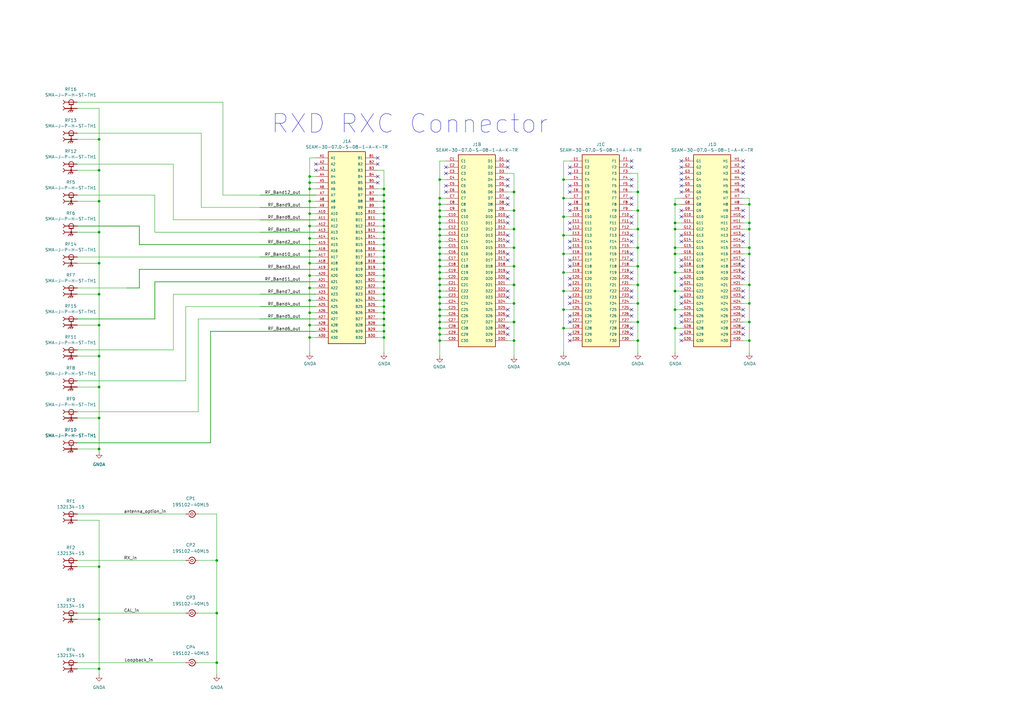
<source format=kicad_sch>
(kicad_sch (version 20231120) (generator "eeschema") (generator_version "8.0")
  (paper "A3")
  (title_block (title "${PART_NAME}") (date "2024-03-14") (rev "1.0") (company "BYNET SYSTEM LTD") (comment 8 "Rx_Self_Test_Module.sch") (comment 9 "${PART_NUMBER}"))
  (junction (at 40.64 82.55))
  (junction (at 40.64 95.25))
  (junction (at 276.86 104.14))
  (junction (at 127 138.43))
  (junction (at 127 128.27))
  (junction (at 127 133.35))
  (junction (at 180.34 111.76))
  (junction (at 127 107.95))
  (junction (at 40.64 254))
  (junction (at 157.48 90.17))
  (junction (at 210.82 132.08))
  (junction (at 180.34 127))
  (junction (at 180.34 96.52))
  (junction (at 276.86 127))
  (junction (at 40.64 69.85))
  (junction (at 180.34 139.7))
  (junction (at 157.48 85.09))
  (junction (at 40.64 158.75))
  (junction (at 276.86 91.44))
  (junction (at 231.14 96.52))
  (junction (at 88.9 229.87))
  (junction (at 40.64 107.95))
  (junction (at 157.48 95.25))
  (junction (at 276.86 83.82))
  (junction (at 231.14 134.62))
  (junction (at 157.48 133.35))
  (junction (at 307.34 91.44))
  (junction (at 127 113.03))
  (junction (at 231.14 73.66))
  (junction (at 261.62 78.74))
  (junction (at 127 74.93))
  (junction (at 157.48 102.87))
  (junction (at 307.34 124.46))
  (junction (at 261.62 139.7))
  (junction (at 127 87.63))
  (junction (at 231.14 127))
  (junction (at 261.62 124.46))
  (junction (at 88.9 271.78))
  (junction (at 231.14 111.76))
  (junction (at 127 118.11))
  (junction (at 307.34 132.08))
  (junction (at 157.48 97.79))
  (junction (at 127 102.87))
  (junction (at 157.48 138.43))
  (junction (at 40.64 184.15))
  (junction (at 210.82 109.22))
  (junction (at 157.48 110.49))
  (junction (at 180.34 104.14))
  (junction (at 157.48 100.33))
  (junction (at 261.62 86.36))
  (junction (at 180.34 121.92))
  (junction (at 180.34 83.82))
  (junction (at 307.34 104.14))
  (junction (at 127 82.55))
  (junction (at 157.48 87.63))
  (junction (at 127 123.19))
  (junction (at 180.34 91.44))
  (junction (at 231.14 88.9))
  (junction (at 180.34 132.08))
  (junction (at 157.48 128.27))
  (junction (at 210.82 93.98))
  (junction (at 157.48 113.03))
  (junction (at 40.64 133.35))
  (junction (at 276.86 93.98))
  (junction (at 127 92.71))
  (junction (at 157.48 130.81))
  (junction (at 40.64 232.41))
  (junction (at 40.64 274.32))
  (junction (at 180.34 124.46))
  (junction (at 157.48 125.73))
  (junction (at 307.34 139.7))
  (junction (at 180.34 137.16))
  (junction (at 261.62 132.08))
  (junction (at 40.64 57.15))
  (junction (at 210.82 101.6))
  (junction (at 210.82 116.84))
  (junction (at 40.64 171.45))
  (junction (at 261.62 101.6))
  (junction (at 210.82 78.74))
  (junction (at 180.34 129.54))
  (junction (at 157.48 120.65))
  (junction (at 231.14 81.28))
  (junction (at 261.62 109.22))
  (junction (at 210.82 86.36))
  (junction (at 276.86 111.76))
  (junction (at 210.82 124.46))
  (junction (at 157.48 135.89))
  (junction (at 180.34 109.22))
  (junction (at 180.34 116.84))
  (junction (at 180.34 101.6))
  (junction (at 180.34 73.66))
  (junction (at 180.34 86.36))
  (junction (at 157.48 107.95))
  (junction (at 127 97.79))
  (junction (at 40.64 120.65))
  (junction (at 276.86 134.62))
  (junction (at 180.34 81.28))
  (junction (at 180.34 134.62))
  (junction (at 307.34 116.84))
  (junction (at 180.34 106.68))
  (junction (at 157.48 80.01))
  (junction (at 127 77.47))
  (junction (at 307.34 83.82))
  (junction (at 261.62 116.84))
  (junction (at 157.48 123.19))
  (junction (at 157.48 77.47))
  (junction (at 180.34 114.3))
  (junction (at 127 72.39))
  (junction (at 307.34 101.6))
  (junction (at 180.34 99.06))
  (junction (at 157.48 105.41))
  (junction (at 157.48 82.55))
  (junction (at 276.86 119.38))
  (junction (at 157.48 92.71))
  (junction (at 157.48 115.57))
  (junction (at 261.62 93.98))
  (junction (at 180.34 93.98))
  (junction (at 157.48 118.11))
  (junction (at 40.64 146.05))
  (junction (at 231.14 119.38))
  (junction (at 231.14 104.14))
  (junction (at 88.9 251.46))
  (junction (at 180.34 119.38))
  (junction (at 276.86 101.6))
  (junction (at 210.82 139.7))
  (junction (at 180.34 88.9))
  (junction (at 307.34 93.98))
  (no_connect (at 259.08 119.38))
  (no_connect (at 259.08 68.58))
  (no_connect (at 279.4 78.74))
  (no_connect (at 259.08 88.9))
  (no_connect (at 208.28 99.06))
  (no_connect (at 208.28 114.3))
  (no_connect (at 208.28 96.52))
  (no_connect (at 208.28 111.76))
  (no_connect (at 259.08 76.2))
  (no_connect (at 259.08 83.82))
  (no_connect (at 233.68 121.92))
  (no_connect (at 279.4 66.04))
  (no_connect (at 304.8 76.2))
  (no_connect (at 233.68 139.7))
  (no_connect (at 208.28 137.16))
  (no_connect (at 304.8 137.16))
  (no_connect (at 304.8 88.9))
  (no_connect (at 129.54 69.85))
  (no_connect (at 279.4 137.16))
  (no_connect (at 304.8 86.36))
  (no_connect (at 279.4 124.46))
  (no_connect (at 259.08 127))
  (no_connect (at 182.88 78.74))
  (no_connect (at 279.4 114.3))
  (no_connect (at 208.28 88.9))
  (no_connect (at 154.94 74.93))
  (no_connect (at 233.68 132.08))
  (no_connect (at 233.68 68.58))
  (no_connect (at 279.4 96.52))
  (no_connect (at 208.28 83.82))
  (no_connect (at 259.08 134.62))
  (no_connect (at 208.28 76.2))
  (no_connect (at 208.28 119.38))
  (no_connect (at 279.4 99.06))
  (no_connect (at 279.4 121.92))
  (no_connect (at 259.08 114.3))
  (no_connect (at 304.8 109.22))
  (no_connect (at 304.8 78.74))
  (no_connect (at 259.08 96.52))
  (no_connect (at 279.4 129.54))
  (no_connect (at 182.88 76.2))
  (no_connect (at 129.54 67.31))
  (no_connect (at 259.08 129.54))
  (no_connect (at 233.68 71.12))
  (no_connect (at 233.68 129.54))
  (no_connect (at 279.4 88.9))
  (no_connect (at 233.68 91.44))
  (no_connect (at 259.08 104.14))
  (no_connect (at 208.28 104.14))
  (no_connect (at 233.68 76.2))
  (no_connect (at 154.94 72.39))
  (no_connect (at 304.8 96.52))
  (no_connect (at 233.68 124.46))
  (no_connect (at 154.94 64.77))
  (no_connect (at 304.8 111.76))
  (no_connect (at 304.8 129.54))
  (no_connect (at 279.4 71.12))
  (no_connect (at 233.68 83.82))
  (no_connect (at 208.28 127))
  (no_connect (at 233.68 101.6))
  (no_connect (at 304.8 106.68))
  (no_connect (at 208.28 134.62))
  (no_connect (at 233.68 78.74))
  (no_connect (at 304.8 134.62))
  (no_connect (at 208.28 121.92))
  (no_connect (at 233.68 116.84))
  (no_connect (at 259.08 99.06))
  (no_connect (at 208.28 129.54))
  (no_connect (at 182.88 68.58))
  (no_connect (at 259.08 137.16))
  (no_connect (at 259.08 91.44))
  (no_connect (at 279.4 132.08))
  (no_connect (at 304.8 121.92))
  (no_connect (at 154.94 67.31))
  (no_connect (at 233.68 109.22))
  (no_connect (at 182.88 71.12))
  (no_connect (at 233.68 137.16))
  (no_connect (at 259.08 66.04))
  (no_connect (at 208.28 68.58))
  (no_connect (at 279.4 116.84))
  (no_connect (at 279.4 68.58))
  (no_connect (at 259.08 106.68))
  (no_connect (at 279.4 106.68))
  (no_connect (at 279.4 139.7))
  (no_connect (at 304.8 119.38))
  (no_connect (at 279.4 73.66))
  (no_connect (at 279.4 109.22))
  (no_connect (at 259.08 73.66))
  (no_connect (at 304.8 68.58))
  (no_connect (at 208.28 106.68))
  (no_connect (at 233.68 86.36))
  (no_connect (at 208.28 91.44))
  (no_connect (at 259.08 111.76))
  (no_connect (at 233.68 93.98))
  (no_connect (at 208.28 66.04))
  (no_connect (at 233.68 99.06))
  (no_connect (at 208.28 81.28))
  (no_connect (at 304.8 127))
  (no_connect (at 233.68 114.3))
  (no_connect (at 304.8 66.04))
  (no_connect (at 233.68 106.68))
  (no_connect (at 279.4 76.2))
  (no_connect (at 259.08 121.92))
  (no_connect (at 304.8 71.12))
  (no_connect (at 304.8 114.3))
  (no_connect (at 304.8 73.66))
  (no_connect (at 304.8 99.06))
  (no_connect (at 259.08 81.28))
  (no_connect (at 279.4 86.36))
  (no_connect (at 208.28 73.66))
  (wire (pts (xy 157.48 82.55) (xy 157.48 85.09)))
  (wire (pts (xy 86.36 181.61) (xy 31.75 181.61)) (stroke (width 0.254)))
  (wire (pts (xy 208.28 93.98) (xy 210.82 93.98)))
  (wire (pts (xy 82.55 85.09) (xy 106.68 85.09)))
  (wire (pts (xy 307.34 104.14) (xy 307.34 116.84)))
  (wire (pts (xy 180.34 124.46) (xy 180.34 127)))
  (wire (pts (xy 279.4 134.62) (xy 276.86 134.62)))
  (wire (pts (xy 208.28 101.6) (xy 210.82 101.6)))
  (wire (pts (xy 127 133.35) (xy 127 138.43)))
  (wire (pts (xy 259.08 78.74) (xy 261.62 78.74)))
  (wire (pts (xy 127 123.19) (xy 129.54 123.19)))
  (wire (pts (xy 86.36 135.89) (xy 129.54 135.89)) (stroke (width 0.254)))
  (wire (pts (xy 127 107.95) (xy 127 113.03)))
  (wire (pts (xy 182.88 114.3) (xy 180.34 114.3)))
  (wire (pts (xy 154.94 105.41) (xy 157.48 105.41)))
  (wire (pts (xy 180.34 106.68) (xy 180.34 109.22)))
  (wire (pts (xy 31.75 44.45) (xy 40.64 44.45)))
  (wire (pts (xy 154.94 102.87) (xy 157.48 102.87)))
  (wire (pts (xy 157.48 120.65) (xy 157.48 123.19)))
  (wire (pts (xy 129.54 95.25) (xy 106.68 95.25)) (stroke (width 0.254)))
  (wire (pts (xy 231.14 88.9) (xy 231.14 96.52)))
  (wire (pts (xy 208.28 71.12) (xy 210.82 71.12)))
  (wire (pts (xy 304.8 101.6) (xy 307.34 101.6)))
  (wire (pts (xy 154.94 120.65) (xy 157.48 120.65)))
  (wire (pts (xy 154.94 113.03) (xy 157.48 113.03)))
  (wire (pts (xy 88.9 210.82) (xy 88.9 229.87)))
  (wire (pts (xy 182.88 96.52) (xy 180.34 96.52)))
  (wire (pts (xy 180.34 91.44) (xy 180.34 93.98)))
  (wire (pts (xy 276.86 127) (xy 279.4 127)))
  (wire (pts (xy 307.34 101.6) (xy 307.34 104.14)))
  (wire (pts (xy 31.75 143.51) (xy 71.12 143.51)))
  (wire (pts (xy 71.12 90.17) (xy 106.68 90.17)))
  (wire (pts (xy 180.34 93.98) (xy 180.34 96.52)))
  (wire (pts (xy 261.62 124.46) (xy 261.62 132.08)))
  (wire (pts (xy 276.86 91.44) (xy 276.86 93.98)))
  (wire (pts (xy 180.34 81.28) (xy 180.34 83.82)))
  (wire (pts (xy 81.28 130.81) (xy 106.68 130.81)))
  (wire (pts (xy 231.14 66.04) (xy 231.14 73.66)))
  (wire (pts (xy 157.48 125.73) (xy 157.48 128.27)))
  (wire (pts (xy 31.75 271.78) (xy 76.2 271.78)))
  (wire (pts (xy 154.94 77.47) (xy 157.48 77.47)))
  (wire (pts (xy 154.94 82.55) (xy 157.48 82.55)))
  (wire (pts (xy 40.64 95.25) (xy 40.64 107.95)))
  (wire (pts (xy 210.82 132.08) (xy 210.82 139.7)))
  (wire (pts (xy 276.86 83.82) (xy 276.86 91.44)))
  (wire (pts (xy 233.68 81.28) (xy 231.14 81.28)))
  (wire (pts (xy 182.88 83.82) (xy 180.34 83.82)))
  (wire (pts (xy 231.14 81.28) (xy 231.14 88.9)))
  (wire (pts (xy 208.28 124.46) (xy 210.82 124.46)))
  (wire (pts (xy 71.12 67.31) (xy 71.12 90.17)))
  (wire (pts (xy 182.88 124.46) (xy 180.34 124.46)))
  (wire (pts (xy 304.8 132.08) (xy 307.34 132.08)))
  (wire (pts (xy 63.5 80.01) (xy 31.75 80.01)))
  (wire (pts (xy 63.5 115.57) (xy 129.54 115.57)) (stroke (width 0.254)))
  (wire (pts (xy 129.54 120.65) (xy 106.68 120.65)) (stroke (width 0.254)))
  (wire (pts (xy 157.48 90.17) (xy 157.48 92.71)))
  (wire (pts (xy 154.94 80.01) (xy 157.48 80.01)))
  (wire (pts (xy 304.8 116.84) (xy 307.34 116.84)))
  (wire (pts (xy 31.75 54.61) (xy 82.55 54.61)))
  (wire (pts (xy 307.34 124.46) (xy 307.34 116.84)))
  (wire (pts (xy 279.4 119.38) (xy 276.86 119.38)))
  (wire (pts (xy 279.4 93.98) (xy 276.86 93.98)))
  (wire (pts (xy 233.68 111.76) (xy 231.14 111.76)))
  (wire (pts (xy 157.48 92.71) (xy 157.48 95.25)))
  (wire (pts (xy 40.64 274.32) (xy 40.64 276.86)))
  (wire (pts (xy 182.88 137.16) (xy 180.34 137.16)))
  (wire (pts (xy 276.86 104.14) (xy 279.4 104.14)))
  (wire (pts (xy 182.88 139.7) (xy 180.34 139.7)))
  (wire (pts (xy 129.54 64.77) (xy 127 64.77)))
  (wire (pts (xy 91.44 41.91) (xy 91.44 80.01)))
  (wire (pts (xy 129.54 130.81) (xy 106.68 130.81)) (stroke (width 0.254)))
  (wire (pts (xy 127 82.55) (xy 129.54 82.55)))
  (wire (pts (xy 231.14 111.76) (xy 231.14 119.38)))
  (wire (pts (xy 210.82 93.98) (xy 210.82 101.6)))
  (wire (pts (xy 31.75 274.32) (xy 40.64 274.32)))
  (wire (pts (xy 154.94 130.81) (xy 157.48 130.81)))
  (wire (pts (xy 31.75 67.31) (xy 71.12 67.31)))
  (wire (pts (xy 259.08 139.7) (xy 261.62 139.7)))
  (wire (pts (xy 76.2 156.21) (xy 76.2 125.73)))
  (wire (pts (xy 307.34 139.7) (xy 307.34 144.78)))
  (wire (pts (xy 31.75 95.25) (xy 40.64 95.25)))
  (wire (pts (xy 182.88 104.14) (xy 180.34 104.14)))
  (wire (pts (xy 157.48 123.19) (xy 157.48 125.73)))
  (wire (pts (xy 210.82 116.84) (xy 210.82 124.46)))
  (wire (pts (xy 210.82 101.6) (xy 210.82 109.22)))
  (wire (pts (xy 210.82 109.22) (xy 210.82 116.84)))
  (wire (pts (xy 40.64 44.45) (xy 40.64 57.15)))
  (wire (pts (xy 129.54 105.41) (xy 106.68 105.41)) (stroke (width 0.254)))
  (wire (pts (xy 231.14 134.62) (xy 231.14 144.78)))
  (wire (pts (xy 31.75 107.95) (xy 40.64 107.95)))
  (wire (pts (xy 304.8 104.14) (xy 307.34 104.14)))
  (wire (pts (xy 81.28 271.78) (xy 88.9 271.78)))
  (wire (pts (xy 180.34 119.38) (xy 180.34 121.92)))
  (wire (pts (xy 157.48 100.33) (xy 157.48 102.87)))
  (wire (pts (xy 81.28 229.87) (xy 88.9 229.87)))
  (wire (pts (xy 276.86 119.38) (xy 276.86 127)))
  (wire (pts (xy 154.94 115.57) (xy 157.48 115.57)))
  (wire (pts (xy 182.88 106.68) (xy 180.34 106.68)))
  (wire (pts (xy 129.54 80.01) (xy 106.68 80.01)) (stroke (width 0.254)))
  (wire (pts (xy 154.94 92.71) (xy 157.48 92.71)))
  (wire (pts (xy 40.64 254) (xy 40.64 274.32)))
  (wire (pts (xy 180.34 109.22) (xy 180.34 111.76)))
  (wire (pts (xy 40.64 254) (xy 31.75 254)))
  (wire (pts (xy 31.75 120.65) (xy 40.64 120.65)))
  (wire (pts (xy 127 77.47) (xy 129.54 77.47)))
  (wire (pts (xy 182.88 119.38) (xy 180.34 119.38)))
  (wire (pts (xy 180.34 88.9) (xy 180.34 91.44)))
  (wire (pts (xy 31.75 171.45) (xy 40.64 171.45)))
  (wire (pts (xy 233.68 134.62) (xy 231.14 134.62)))
  (wire (pts (xy 154.94 97.79) (xy 157.48 97.79)))
  (wire (pts (xy 40.64 158.75) (xy 40.64 171.45)))
  (wire (pts (xy 180.34 83.82) (xy 180.34 86.36)))
  (wire (pts (xy 31.75 69.85) (xy 40.64 69.85)))
  (wire (pts (xy 127 92.71) (xy 129.54 92.71)))
  (wire (pts (xy 157.48 130.81) (xy 157.48 133.35)))
  (wire (pts (xy 210.82 71.12) (xy 210.82 78.74)))
  (wire (pts (xy 31.75 133.35) (xy 40.64 133.35)))
  (wire (pts (xy 208.28 132.08) (xy 210.82 132.08)))
  (wire (pts (xy 40.64 120.65) (xy 40.64 133.35)))
  (wire (pts (xy 127 82.55) (xy 127 87.63)))
  (wire (pts (xy 180.34 104.14) (xy 180.34 106.68)))
  (wire (pts (xy 154.94 95.25) (xy 157.48 95.25)))
  (wire (pts (xy 182.88 109.22) (xy 180.34 109.22)))
  (wire (pts (xy 154.94 85.09) (xy 157.48 85.09)))
  (wire (pts (xy 180.34 132.08) (xy 180.34 134.62)))
  (wire (pts (xy 127 113.03) (xy 129.54 113.03)))
  (wire (pts (xy 154.94 138.43) (xy 157.48 138.43)))
  (wire (pts (xy 307.34 132.08) (xy 307.34 124.46)))
  (wire (pts (xy 210.82 78.74) (xy 210.82 86.36)))
  (wire (pts (xy 40.64 232.41) (xy 40.64 254)))
  (wire (pts (xy 157.48 135.89) (xy 157.48 138.43)))
  (wire (pts (xy 208.28 78.74) (xy 210.82 78.74)))
  (wire (pts (xy 276.86 127) (xy 276.86 134.62)))
  (wire (pts (xy 40.64 57.15) (xy 40.64 69.85)))
  (wire (pts (xy 88.9 271.78) (xy 88.9 276.86)))
  (wire (pts (xy 180.34 139.7) (xy 180.34 146.05)))
  (wire (pts (xy 157.48 87.63) (xy 157.48 90.17)))
  (wire (pts (xy 154.94 100.33) (xy 157.48 100.33)))
  (wire (pts (xy 276.86 111.76) (xy 276.86 119.38)))
  (wire (pts (xy 233.68 96.52) (xy 231.14 96.52)))
  (wire (pts (xy 208.28 116.84) (xy 210.82 116.84)))
  (wire (pts (xy 31.75 118.11) (xy 52.07 118.11)))
  (wire (pts (xy 182.88 129.54) (xy 180.34 129.54)))
  (wire (pts (xy 40.64 232.41) (xy 31.75 232.41)))
  (wire (pts (xy 304.8 91.44) (xy 307.34 91.44)))
  (wire (pts (xy 182.88 86.36) (xy 180.34 86.36)))
  (wire (pts (xy 127 77.47) (xy 127 82.55)))
  (wire (pts (xy 231.14 119.38) (xy 231.14 127)))
  (wire (pts (xy 157.48 113.03) (xy 157.48 115.57)))
  (wire (pts (xy 180.34 127) (xy 180.34 129.54)))
  (wire (pts (xy 157.48 105.41) (xy 157.48 107.95)))
  (wire (pts (xy 40.64 184.15) (xy 40.64 185.42)))
  (wire (pts (xy 231.14 73.66) (xy 231.14 81.28)))
  (wire (pts (xy 154.94 133.35) (xy 157.48 133.35)))
  (wire (pts (xy 157.48 95.25) (xy 157.48 97.79)))
  (wire (pts (xy 180.34 86.36) (xy 180.34 88.9)))
  (wire (pts (xy 127 74.93) (xy 127 77.47)))
  (wire (pts (xy 182.88 81.28) (xy 180.34 81.28)))
  (wire (pts (xy 304.8 93.98) (xy 307.34 93.98)))
  (wire (pts (xy 127 87.63) (xy 127 92.71)))
  (wire (pts (xy 180.34 116.84) (xy 180.34 119.38)))
  (wire (pts (xy 157.48 128.27) (xy 157.48 130.81)))
  (wire (pts (xy 304.8 139.7) (xy 307.34 139.7)))
  (wire (pts (xy 127 102.87) (xy 129.54 102.87)))
  (wire (pts (xy 127 138.43) (xy 129.54 138.43)))
  (wire (pts (xy 63.5 95.25) (xy 106.68 95.25)))
  (wire (pts (xy 180.34 137.16) (xy 180.34 139.7)))
  (wire (pts (xy 233.68 127) (xy 231.14 127)))
  (wire (pts (xy 231.14 127) (xy 231.14 134.62)))
  (wire (pts (xy 307.34 132.08) (xy 307.34 139.7)))
  (wire (pts (xy 127 118.11) (xy 127 123.19)))
  (wire (pts (xy 31.75 57.15) (xy 40.64 57.15)))
  (wire (pts (xy 154.94 118.11) (xy 157.48 118.11)))
  (wire (pts (xy 279.4 101.6) (xy 276.86 101.6)))
  (wire (pts (xy 40.64 146.05) (xy 40.64 158.75)))
  (wire (pts (xy 157.48 85.09) (xy 157.48 87.63)))
  (wire (pts (xy 233.68 88.9) (xy 231.14 88.9)))
  (wire (pts (xy 63.5 95.25) (xy 63.5 80.01)))
  (wire (pts (xy 127 113.03) (xy 127 118.11)))
  (wire (pts (xy 40.64 69.85) (xy 40.64 82.55)))
  (wire (pts (xy 307.34 83.82) (xy 307.34 91.44)))
  (wire (pts (xy 208.28 139.7) (xy 210.82 139.7)))
  (wire (pts (xy 259.08 101.6) (xy 261.62 101.6)))
  (wire (pts (xy 86.36 135.89) (xy 86.36 181.61)) (stroke (width 0.254)))
  (wire (pts (xy 71.12 120.65) (xy 106.68 120.65)))
  (wire (pts (xy 276.86 81.28) (xy 276.86 83.82)))
  (wire (pts (xy 127 138.43) (xy 127 144.78)))
  (wire (pts (xy 180.34 101.6) (xy 180.34 104.14)))
  (wire (pts (xy 31.75 229.87) (xy 76.2 229.87)))
  (wire (pts (xy 127 123.19) (xy 127 128.27)))
  (wire (pts (xy 154.94 110.49) (xy 157.48 110.49)))
  (wire (pts (xy 259.08 124.46) (xy 261.62 124.46)))
  (wire (pts (xy 261.62 93.98) (xy 261.62 101.6)))
  (wire (pts (xy 127 102.87) (xy 127 107.95)))
  (wire (pts (xy 154.94 69.85) (xy 157.48 69.85)))
  (wire (pts (xy 304.8 81.28) (xy 307.34 81.28)))
  (wire (pts (xy 129.54 85.09) (xy 106.68 85.09)) (stroke (width 0.254)))
  (wire (pts (xy 127 107.95) (xy 129.54 107.95)))
  (wire (pts (xy 31.75 105.41) (xy 106.68 105.41)))
  (wire (pts (xy 210.82 124.46) (xy 210.82 132.08)))
  (wire (pts (xy 40.64 213.36) (xy 40.64 232.41)))
  (wire (pts (xy 307.34 91.44) (xy 307.34 93.98)))
  (wire (pts (xy 106.68 125.73) (xy 129.54 125.73)) (stroke (width 0.254)))
  (wire (pts (xy 40.64 171.45) (xy 40.64 184.15)))
  (wire (pts (xy 31.75 213.36) (xy 40.64 213.36)))
  (wire (pts (xy 91.44 80.01) (xy 106.68 80.01)))
  (wire (pts (xy 154.94 128.27) (xy 157.48 128.27)))
  (wire (pts (xy 127 64.77) (xy 127 72.39)))
  (wire (pts (xy 154.94 125.73) (xy 157.48 125.73)))
  (wire (pts (xy 154.94 90.17) (xy 157.48 90.17)))
  (wire (pts (xy 127 74.93) (xy 129.54 74.93)))
  (wire (pts (xy 279.4 111.76) (xy 276.86 111.76)))
  (wire (pts (xy 261.62 116.84) (xy 261.62 124.46)))
  (wire (pts (xy 276.86 134.62) (xy 276.86 144.78)))
  (wire (pts (xy 180.34 73.66) (xy 180.34 81.28)))
  (wire (pts (xy 157.48 102.87) (xy 157.48 105.41)))
  (wire (pts (xy 208.28 86.36) (xy 210.82 86.36)))
  (wire (pts (xy 31.75 82.55) (xy 40.64 82.55)))
  (wire (pts (xy 40.64 133.35) (xy 40.64 146.05)))
  (wire (pts (xy 182.88 88.9) (xy 180.34 88.9)))
  (wire (pts (xy 129.54 90.17) (xy 106.68 90.17)) (stroke (width 0.254)))
  (wire (pts (xy 180.34 121.92) (xy 180.34 124.46)))
  (wire (pts (xy 261.62 109.22) (xy 261.62 116.84)))
  (wire (pts (xy 157.48 77.47) (xy 157.48 80.01)))
  (wire (pts (xy 259.08 132.08) (xy 261.62 132.08)))
  (wire (pts (xy 180.34 114.3) (xy 180.34 116.84)))
  (wire (pts (xy 182.88 132.08) (xy 180.34 132.08)))
  (wire (pts (xy 182.88 121.92) (xy 180.34 121.92)))
  (wire (pts (xy 259.08 71.12) (xy 261.62 71.12)))
  (wire (pts (xy 276.86 93.98) (xy 276.86 101.6)))
  (wire (pts (xy 261.62 132.08) (xy 261.62 139.7)))
  (wire (pts (xy 57.15 110.49) (xy 57.15 118.11)) (stroke (width 0.254)))
  (wire (pts (xy 157.48 69.85) (xy 157.48 77.47)))
  (wire (pts (xy 180.34 96.52) (xy 180.34 99.06)))
  (wire (pts (xy 276.86 91.44) (xy 279.4 91.44)))
  (wire (pts (xy 157.48 133.35) (xy 157.48 135.89)))
  (wire (pts (xy 180.34 99.06) (xy 180.34 101.6)))
  (wire (pts (xy 82.55 54.61) (xy 82.55 85.09)))
  (wire (pts (xy 231.14 96.52) (xy 231.14 104.14)))
  (wire (pts (xy 57.15 100.33) (xy 57.15 92.71)) (stroke (width 0.254)))
  (wire (pts (xy 157.48 118.11) (xy 157.48 120.65)))
  (wire (pts (xy 127 97.79) (xy 127 102.87)))
  (wire (pts (xy 157.48 110.49) (xy 157.48 113.03)))
  (wire (pts (xy 182.88 116.84) (xy 180.34 116.84)))
  (wire (pts (xy 180.34 129.54) (xy 180.34 132.08)))
  (wire (pts (xy 261.62 101.6) (xy 261.62 109.22)))
  (wire (pts (xy 182.88 91.44) (xy 180.34 91.44)))
  (wire (pts (xy 127 97.79) (xy 129.54 97.79)))
  (wire (pts (xy 157.48 115.57) (xy 157.48 118.11)))
  (wire (pts (xy 261.62 78.74) (xy 261.62 86.36)))
  (wire (pts (xy 40.64 107.95) (xy 40.64 120.65)))
  (wire (pts (xy 31.75 156.21) (xy 76.2 156.21)))
  (wire (pts (xy 127 133.35) (xy 129.54 133.35)))
  (wire (pts (xy 261.62 86.36) (xy 261.62 93.98)))
  (wire (pts (xy 182.88 73.66) (xy 180.34 73.66)))
  (wire (pts (xy 276.86 101.6) (xy 276.86 104.14)))
  (wire (pts (xy 182.88 66.04) (xy 180.34 66.04)))
  (wire (pts (xy 127 72.39) (xy 127 74.93)))
  (wire (pts (xy 63.5 115.57) (xy 63.5 130.81)) (stroke (width 0.254)))
  (wire (pts (xy 182.88 127) (xy 180.34 127)))
  (wire (pts (xy 88.9 229.87) (xy 88.9 251.46)))
  (wire (pts (xy 233.68 66.04) (xy 231.14 66.04)))
  (wire (pts (xy 88.9 251.46) (xy 88.9 271.78)))
  (wire (pts (xy 261.62 139.7) (xy 261.62 144.78)))
  (wire (pts (xy 127 128.27) (xy 129.54 128.27)))
  (wire (pts (xy 304.8 124.46) (xy 307.34 124.46)))
  (wire (pts (xy 57.15 92.71) (xy 31.75 92.71)) (stroke (width 0.254)))
  (wire (pts (xy 259.08 109.22) (xy 261.62 109.22)))
  (wire (pts (xy 307.34 93.98) (xy 307.34 101.6)))
  (wire (pts (xy 31.75 146.05) (xy 40.64 146.05)))
  (wire (pts (xy 182.88 134.62) (xy 180.34 134.62)))
  (wire (pts (xy 180.34 111.76) (xy 180.34 114.3)))
  (wire (pts (xy 233.68 104.14) (xy 231.14 104.14)))
  (wire (pts (xy 71.12 143.51) (xy 71.12 120.65)))
  (wire (pts (xy 40.64 82.55) (xy 40.64 95.25)))
  (wire (pts (xy 57.15 100.33) (xy 129.54 100.33)) (stroke (width 0.254)))
  (wire (pts (xy 57.15 118.11) (xy 52.07 118.11)) (stroke (width 0.254)))
  (wire (pts (xy 157.48 97.79) (xy 157.48 100.33)))
  (wire (pts (xy 182.88 99.06) (xy 180.34 99.06)))
  (wire (pts (xy 307.34 81.28) (xy 307.34 83.82)))
  (wire (pts (xy 154.94 123.19) (xy 157.48 123.19)))
  (wire (pts (xy 31.75 168.91) (xy 81.28 168.91)))
  (wire (pts (xy 76.2 125.73) (xy 106.68 125.73)))
  (wire (pts (xy 180.34 66.04) (xy 180.34 73.66)))
  (wire (pts (xy 182.88 101.6) (xy 180.34 101.6)))
  (wire (pts (xy 127 92.71) (xy 127 97.79)))
  (wire (pts (xy 81.28 251.46) (xy 88.9 251.46)))
  (wire (pts (xy 180.34 134.62) (xy 180.34 137.16)))
  (wire (pts (xy 31.75 184.15) (xy 40.64 184.15)))
  (wire (pts (xy 210.82 86.36) (xy 210.82 93.98)))
  (wire (pts (xy 182.88 111.76) (xy 180.34 111.76)))
  (wire (pts (xy 154.94 107.95) (xy 157.48 107.95)))
  (wire (pts (xy 261.62 71.12) (xy 261.62 78.74)))
  (wire (pts (xy 63.5 130.81) (xy 31.75 130.81)) (stroke (width 0.254)))
  (wire (pts (xy 88.9 210.82) (xy 81.28 210.82)))
  (wire (pts (xy 259.08 116.84) (xy 261.62 116.84)))
  (wire (pts (xy 127 87.63) (xy 129.54 87.63)))
  (wire (pts (xy 259.08 86.36) (xy 261.62 86.36)))
  (wire (pts (xy 57.15 110.49) (xy 129.54 110.49)) (stroke (width 0.254)))
  (wire (pts (xy 127 118.11) (xy 129.54 118.11)))
  (wire (pts (xy 279.4 81.28) (xy 276.86 81.28)))
  (wire (pts (xy 31.75 41.91) (xy 91.44 41.91)))
  (wire (pts (xy 276.86 104.14) (xy 276.86 111.76)))
  (wire (pts (xy 233.68 73.66) (xy 231.14 73.66)))
  (wire (pts (xy 182.88 93.98) (xy 180.34 93.98)))
  (wire (pts (xy 233.68 119.38) (xy 231.14 119.38)))
  (wire (pts (xy 259.08 93.98) (xy 261.62 93.98)))
  (wire (pts (xy 127 72.39) (xy 129.54 72.39)))
  (wire (pts (xy 208.28 109.22) (xy 210.82 109.22)))
  (wire (pts (xy 210.82 139.7) (xy 210.82 146.05)))
  (wire (pts (xy 127 128.27) (xy 127 133.35)))
  (wire (pts (xy 81.28 168.91) (xy 81.28 130.81)))
  (wire (pts (xy 154.94 135.89) (xy 157.48 135.89)))
  (wire (pts (xy 157.48 138.43) (xy 157.48 144.78)))
  (wire (pts (xy 157.48 80.01) (xy 157.48 82.55)))
  (wire (pts (xy 31.75 158.75) (xy 40.64 158.75)))
  (wire (pts (xy 31.75 210.82) (xy 76.2 210.82)))
  (wire (pts (xy 304.8 83.82) (xy 307.34 83.82)))
  (wire (pts (xy 276.86 83.82) (xy 279.4 83.82)))
  (wire (pts (xy 31.75 251.46) (xy 76.2 251.46)))
  (wire (pts (xy 157.48 107.95) (xy 157.48 110.49)))
  (wire (pts (xy 231.14 104.14) (xy 231.14 111.76)))
  (wire (pts (xy 154.94 87.63) (xy 157.48 87.63)))
  (text "RXD RXC Connector" (at 110.998 55.372 0) (effects (font (size 7.62 7.62)) (justify left bottom)))
  (label "Loopback_in" (at 51.054 271.78 0))
  (label "RF_Band4_out" (at 123.19 125.73 180))
  (label "antenna_option_in" (at 50.8 210.82 0))
  (label "RF_Band6_out" (at 123.19 135.89 180))
  (label "RF_Band9_out" (at 123.19 85.09 180))
  (label "RF_Band5_out" (at 123.19 130.81 180))
  (label "RF_Band7_out" (at 123.19 120.65 180))
  (label "RF_Band3_out" (at 123.19 110.49 180))
  (label "RF_Band8_out" (at 123.19 90.17 180))
  (label "RF_Band2_out" (at 123.19 100.33 180))
  (label "RX_in" (at 50.8 229.87 0))
  (label "CAL_in" (at 50.8 251.46 0))
  (label "RF_Band10_out" (at 123.19 105.41 180))
  (label "RF_Band1_out" (at 123.19 95.25 180))
  (label "RF_Band12_out" (at 123.19 80.01 180))
  (label "RF_Band11_out" (at 123.19 115.57 180))
  (symbol (lib_id "SMA-J-P-X-ST-TH1:SMA-J-P-X-ST-TH1") (at 29.21 57.15 0) (unit 1)
    (property "Reference" "RF13" (at 29.0068 49.3522 0))
    (property "Value" "SMA-J-P-H-ST-TH1" (at 29.0068 51.6636 0))
    (property "Footprint" "bynet_SMA:SMA_STR_SAMTEC_SMA-J-P-X-ST-TH1" (effects (hide yes)))
    (property "Datasheet" "https://www.samtec.com/products/sma-j-p-h-st-th1" (effects (hide yes)))
    (property "Description" "RF Connectors / Coaxial Connectors 50 Ohm SMA Jack" (effects (hide yes)))
    (property "mfg P/N" "SMA-J-P-H-ST-TH1" (effects (hide yes)))
    (property "Manufacturer" "Samtec" (effects (hide yes)))
    (property "Package" "SMA" (effects (hide yes)))
    (property "Type" "TH" (effects (hide yes)))
  )
  (symbol (lib_id "Connector:Conn_Coaxial_Small") (at 78.74 229.87 0) (unit 1)
    (property "Reference" "CP2" (at 78.2204 223.52 0))
    (property "Value" "19S102-40ML5" (at 78.2204 226.06 0))
    (property "Footprint" "bynet_SMA:SMP_Rosenberger_19S102-40ML5" (effects (hide yes)))
    (property "Datasheet" "https://products.rosenberger.com/radio-frequency/connectors/136644/19s102-40ml5-straight-plug-pcb#" (effects (hide yes)))
    (property "Description" "small coaxial connector (BNC, SMA, SMB, SMC, Cinch/RCA, LEMO, ...)" (effects (hide yes)))
    (property "mfg P/N" " 19S102-40ML5" (effects (hide yes)))
    (property "Manufacturer" "Rosenberger" (effects (hide yes)))
    (property "Package" "SMP" (effects (hide yes)))
    (property "Type" "SMD" (effects (hide yes)))
  )
  (symbol (lib_id "SMA-J-P-X-ST-TH1:SMA-J-P-X-ST-TH1") (at 29.21 44.45 0) (unit 1)
    (property "Reference" "RF16" (at 29.0068 36.6522 0))
    (property "Value" "SMA-J-P-H-ST-TH1" (at 29.0068 38.9636 0))
    (property "Footprint" "bynet_SMA:SMA_STR_SAMTEC_SMA-J-P-X-ST-TH1" (effects (hide yes)))
    (property "Datasheet" "https://www.samtec.com/products/sma-j-p-h-st-th1" (effects (hide yes)))
    (property "Description" "RF Connectors / Coaxial Connectors 50 Ohm SMA Jack" (effects (hide yes)))
    (property "mfg P/N" "SMA-J-P-H-ST-TH1" (effects (hide yes)))
    (property "Manufacturer" "Samtec" (effects (hide yes)))
    (property "Package" "SMA" (effects (hide yes)))
    (property "Type" "TH" (effects (hide yes)))
  )
  (symbol (lib_id "SMA-J-P-X-ST-TH1:SMA-J-P-X-ST-TH1") (at 29.21 184.15 0) (unit 1)
    (property "Reference" "RF10" (at 29.0068 176.3522 0))
    (property "Value" "SMA-J-P-H-ST-TH1" (at 29.0068 178.6636 0))
    (property "Footprint" "bynet_SMA:SMA_STR_SAMTEC_SMA-J-P-X-ST-TH1" (effects (hide yes)))
    (property "Datasheet" "https://www.samtec.com/products/sma-j-p-h-st-th1" (effects (hide yes)))
    (property "Description" "RF Connectors / Coaxial Connectors 50 Ohm SMA Jack" (effects (hide yes)))
    (property "mfg P/N" "SMA-J-P-H-ST-TH1" (effects (hide yes)))
    (property "Manufacturer" "Samtec" (effects (hide yes)))
    (property "Package" "SMA" (effects (hide yes)))
    (property "Type" "TH" (effects (hide yes)))
  )
  (symbol (lib_id "SEAF-30-05.0-S-08-1-A-K-TR:SEAF-30-05.0-S-08-1-A-K-TR") (at 246.38 101.6 0) (unit 3)
    (property "Reference" "J1" (at 246.38 59.2582 0))
    (property "Value" "SEAM-30-07.0-S-08-1-A-K-TR" (at 246.38 61.5696 0))
    (property "Footprint" "bynet_Connectors:SAMTEC_SEAM-30-07.0-S-08-1-A-K-TR" (effects (hide yes)))
    (property "Datasheet" "https://www.samtec.com/products/seam-30-07.0-s-08-1-a-k-tr" (effects (hide yes)))
    (property "Description" ".050\" SEARAY™ High-Speed High-Density Open-Pin-Field Array Terminal" (effects (hide yes)))
    (property "Manufacturer" "Samtec" (effects (hide yes)))
    (property "Package" "Connector" (effects (hide yes)))
    (property "Type" "SMD" (effects (hide yes)))
    (property "mfg P/N" "SEAM-30-07.0-S-08-1-A-K-TR" (effects (hide yes)))
  )
  (symbol (lib_id "SMA-J-P-X-ST-TH1:SMA-J-P-X-ST-TH1") (at 29.21 158.75 0) (unit 1)
    (property "Reference" "RF8" (at 29.0068 150.9522 0))
    (property "Value" "SMA-J-P-H-ST-TH1" (at 29.0068 153.2636 0))
    (property "Footprint" "bynet_SMA:SMA_STR_SAMTEC_SMA-J-P-X-ST-TH1" (effects (hide yes)))
    (property "Datasheet" "https://www.samtec.com/products/sma-j-p-h-st-th1" (effects (hide yes)))
    (property "Description" "RF Connectors / Coaxial Connectors 50 Ohm SMA Jack" (effects (hide yes)))
    (property "mfg P/N" "SMA-J-P-H-ST-TH1" (effects (hide yes)))
    (property "Manufacturer" "Samtec" (effects (hide yes)))
    (property "Package" "SMA" (effects (hide yes)))
    (property "Type" "TH" (effects (hide yes)))
  )
  (symbol (lib_id "SMA-J-P-X-ST-TH1:SMA-J-P-X-ST-TH1") (at 29.21 133.35 0) (unit 1)
    (property "Reference" "RF15" (at 29.0068 125.5522 0))
    (property "Value" "SMA-J-P-H-ST-TH1" (at 29.0068 127.8636 0))
    (property "Footprint" "bynet_SMA:SMA_STR_SAMTEC_SMA-J-P-X-ST-TH1" (effects (hide yes)))
    (property "Datasheet" "https://www.samtec.com/products/sma-j-p-h-st-th1" (effects (hide yes)))
    (property "Description" "RF Connectors / Coaxial Connectors 50 Ohm SMA Jack" (effects (hide yes)))
    (property "mfg P/N" "SMA-J-P-H-ST-TH1" (effects (hide yes)))
    (property "Manufacturer" "Samtec" (effects (hide yes)))
    (property "Package" "SMA" (effects (hide yes)))
    (property "Type" "TH" (effects (hide yes)))
  )
  (symbol (lib_id "SMA-J-P-X-ST-TH1:SMA-J-P-X-ST-TH1") (at 29.21 171.45 0) (unit 1)
    (property "Reference" "RF9" (at 29.0068 163.6522 0))
    (property "Value" "SMA-J-P-H-ST-TH1" (at 29.0068 165.9636 0))
    (property "Footprint" "bynet_SMA:SMA_STR_SAMTEC_SMA-J-P-X-ST-TH1" (effects (hide yes)))
    (property "Datasheet" "https://www.samtec.com/products/sma-j-p-h-st-th1" (effects (hide yes)))
    (property "Description" "RF Connectors / Coaxial Connectors 50 Ohm SMA Jack" (effects (hide yes)))
    (property "mfg P/N" "SMA-J-P-H-ST-TH1" (effects (hide yes)))
    (property "Manufacturer" "Samtec" (effects (hide yes)))
    (property "Package" "SMA" (effects (hide yes)))
    (property "Type" "TH" (effects (hide yes)))
  )
  (symbol (lib_id "Connector:Conn_Coaxial_Small") (at 78.74 271.78 0) (unit 1)
    (property "Reference" "CP4" (at 78.2204 265.43 0))
    (property "Value" "19S102-40ML5" (at 78.2204 267.97 0))
    (property "Footprint" "bynet_SMA:SMP_Rosenberger_19S102-40ML5" (effects (hide yes)))
    (property "Datasheet" "https://products.rosenberger.com/radio-frequency/connectors/136644/19s102-40ml5-straight-plug-pcb#" (effects (hide yes)))
    (property "Description" "small coaxial connector (BNC, SMA, SMB, SMC, Cinch/RCA, LEMO, ...)" (effects (hide yes)))
    (property "mfg P/N" " 19S102-40ML5" (effects (hide yes)))
    (property "Manufacturer" "Rosenberger" (effects (hide yes)))
    (property "Package" "SMP" (effects (hide yes)))
    (property "Type" "SMD" (effects (hide yes)))
  )
  (symbol (lib_id "power:GNDA") (at 231.14 144.78 0) (unit 1)
    (property "Reference" "#PWR035" (effects (hide yes)))
    (property "Value" "GNDA" (at 231.267 149.1742 0))
  )
  (symbol (lib_id "Connector:Conn_Coaxial_Small") (at 78.74 251.46 0) (unit 1)
    (property "Reference" "CP3" (at 78.2204 245.11 0))
    (property "Value" "19S102-40ML5" (at 78.2204 247.65 0))
    (property "Footprint" "bynet_SMA:SMP_Rosenberger_19S102-40ML5" (effects (hide yes)))
    (property "Datasheet" "https://products.rosenberger.com/radio-frequency/connectors/136644/19s102-40ml5-straight-plug-pcb#" (effects (hide yes)))
    (property "Description" "small coaxial connector (BNC, SMA, SMB, SMC, Cinch/RCA, LEMO, ...)" (effects (hide yes)))
    (property "mfg P/N" " 19S102-40ML5" (effects (hide yes)))
    (property "Manufacturer" "Rosenberger" (effects (hide yes)))
    (property "Package" "SMP" (effects (hide yes)))
    (property "Type" "SMD" (effects (hide yes)))
  )
  (symbol (lib_id "power:GNDA") (at 261.62 144.78 0) (mirror y) (unit 1)
    (property "Reference" "#PWR036" (effects (hide yes)))
    (property "Value" "GNDA" (at 261.493 149.1742 0))
  )
  (symbol (lib_id "SEAF-30-05.0-S-08-1-A-K-TR:SEAF-30-05.0-S-08-1-A-K-TR") (at 195.58 101.6 0) (unit 2)
    (property "Reference" "J1" (at 195.58 59.2582 0))
    (property "Value" "SEAM-30-07.0-S-08-1-A-K-TR" (at 195.58 61.5696 0))
    (property "Footprint" "bynet_Connectors:SAMTEC_SEAM-30-07.0-S-08-1-A-K-TR" (effects (hide yes)))
    (property "Datasheet" "https://www.samtec.com/products/seam-30-07.0-s-08-1-a-k-tr" (effects (hide yes)))
    (property "Description" ".050\" SEARAY™ High-Speed High-Density Open-Pin-Field Array Terminal" (effects (hide yes)))
    (property "Manufacturer" "Samtec" (effects (hide yes)))
    (property "Package" "Connector" (effects (hide yes)))
    (property "Type" "SMD" (effects (hide yes)))
    (property "mfg P/N" "SEAM-30-07.0-S-08-1-A-K-TR" (effects (hide yes)))
  )
  (symbol (lib_id "SMA-J-P-X-ST-TH1:SMA-J-P-X-ST-TH1") (at 29.21 82.55 0) (unit 1)
    (property "Reference" "RF5" (at 29.0068 74.7522 0))
    (property "Value" "SMA-J-P-H-ST-TH1" (at 29.0068 77.0636 0))
    (property "Footprint" "bynet_SMA:SMA_STR_SAMTEC_SMA-J-P-X-ST-TH1" (effects (hide yes)))
    (property "Datasheet" "https://www.samtec.com/products/sma-j-p-h-st-th1" (effects (hide yes)))
    (property "Description" "RF Connectors / Coaxial Connectors 50 Ohm SMA Jack" (effects (hide yes)))
    (property "mfg P/N" "SMA-J-P-H-ST-TH1" (effects (hide yes)))
    (property "Manufacturer" "Samtec" (effects (hide yes)))
    (property "Package" "SMA" (effects (hide yes)))
    (property "Type" "TH" (effects (hide yes)))
  )
  (symbol (lib_id "SMA-J-P-X-ST-TH1:SMA-J-P-X-ST-TH1") (at 29.21 274.32 0) (unit 1)
    (property "Reference" "RF4" (at 29.0068 266.5222 0))
    (property "Value" "132134-15" (at 29.0068 268.8336 0))
    (property "Footprint" "bynet_SMA:SMA_SMD+TH_Amphenol_RF_132134-15" (effects (hide yes)))
    (property "Datasheet" "https://www.amphenolrf.com/132134-15.html" (effects (hide yes)))
    (property "Description" "RF Connectors / Coaxial Connectors 50 Ohm SMA Jack" (effects (hide yes)))
    (property "mfg P/N" "132134-15" (effects (hide yes)))
    (property "Manufacturer" "Amphenol RF" (effects (hide yes)))
    (property "Package" "SMA" (effects (hide yes)))
    (property "Type" "TH" (effects (hide yes)))
  )
  (symbol (lib_id "SEAF-30-05.0-S-08-1-A-K-TR:SEAF-30-05.0-S-08-1-A-K-TR") (at 292.1 101.6 0) (unit 4)
    (property "Reference" "J1" (at 292.1 59.2582 0))
    (property "Value" "SEAM-30-07.0-S-08-1-A-K-TR" (at 292.1 61.5696 0))
    (property "Footprint" "bynet_Connectors:SAMTEC_SEAM-30-07.0-S-08-1-A-K-TR" (effects (hide yes)))
    (property "Datasheet" "https://www.samtec.com/products/seam-30-07.0-s-08-1-a-k-tr" (effects (hide yes)))
    (property "Description" ".050\" SEARAY™ High-Speed High-Density Open-Pin-Field Array Terminal" (effects (hide yes)))
    (property "mfg P/N" "SEAM-30-07.0-S-08-1-A-K-TR" (effects (hide yes)))
    (property "Manufacturer" "Samtec" (effects (hide yes)))
    (property "Package" "Connector" (effects (hide yes)))
    (property "Type" "SMD" (effects (hide yes)))
  )
  (symbol (lib_id "SMA-J-P-X-ST-TH1:SMA-J-P-X-ST-TH1") (at 29.21 146.05 0) (unit 1)
    (property "Reference" "RF11" (at 29.0068 138.2522 0))
    (property "Value" "SMA-J-P-H-ST-TH1" (at 29.0068 140.5636 0))
    (property "Footprint" "bynet_SMA:SMA_STR_SAMTEC_SMA-J-P-X-ST-TH1" (effects (hide yes)))
    (property "Datasheet" "https://www.samtec.com/products/sma-j-p-h-st-th1" (effects (hide yes)))
    (property "Description" "RF Connectors / Coaxial Connectors 50 Ohm SMA Jack" (effects (hide yes)))
    (property "mfg P/N" "SMA-J-P-H-ST-TH1" (effects (hide yes)))
    (property "Manufacturer" "Samtec" (effects (hide yes)))
    (property "Package" "SMA" (effects (hide yes)))
    (property "Type" "TH" (effects (hide yes)))
  )
  (symbol (lib_id "Connector:Conn_Coaxial_Small") (at 78.74 210.82 0) (unit 1)
    (property "Reference" "CP1" (at 78.2204 204.47 0))
    (property "Value" "19S102-40ML5" (at 78.2204 207.01 0))
    (property "Footprint" "bynet_SMA:SMP_Rosenberger_19S102-40ML5" (effects (hide yes)))
    (property "Datasheet" "https://products.rosenberger.com/radio-frequency/connectors/136644/19s102-40ml5-straight-plug-pcb#" (effects (hide yes)))
    (property "Description" "small coaxial connector (BNC, SMA, SMB, SMC, Cinch/RCA, LEMO, ...)" (effects (hide yes)))
    (property "mfg P/N" " 19S102-40ML5" (effects (hide yes)))
    (property "Manufacturer" "Rosenberger" (effects (hide yes)))
    (property "Package" "SMP" (effects (hide yes)))
    (property "Type" "SMD" (effects (hide yes)))
  )
  (symbol (lib_id "SEAF-30-05.0-S-08-1-A-K-TR:SEAF-30-05.0-S-08-1-A-K-TR") (at 142.24 100.33 0) (unit 1)
    (property "Reference" "J1" (at 142.24 57.9882 0))
    (property "Value" "SEAM-30-07.0-S-08-1-A-K-TR" (at 142.24 60.2996 0))
    (property "Footprint" "bynet_Connectors:SAMTEC_SEAM-30-07.0-S-08-1-A-K-TR" (effects (hide yes)))
    (property "Datasheet" "https://www.samtec.com/products/seam-30-07.0-s-08-1-a-k-tr" (effects (hide yes)))
    (property "Description" ".050\" SEARAY™ High-Speed High-Density Open-Pin-Field Array Terminal" (effects (hide yes)))
    (property "mfg P/N" "SEAM-30-07.0-S-08-1-A-K-TR" (effects (hide yes)))
    (property "Manufacturer" "Samtec" (effects (hide yes)))
    (property "Package" "Connector" (effects (hide yes)))
    (property "Type" "SMD" (effects (hide yes)))
  )
  (symbol (lib_id "power:GNDA") (at 307.34 144.78 0) (unit 1)
    (property "Reference" "#PWR038" (effects (hide yes)))
    (property "Value" "GNDA" (at 307.467 149.1742 0))
  )
  (symbol (lib_id "SMA-J-P-X-ST-TH1:SMA-J-P-X-ST-TH1") (at 29.21 95.25 0) (unit 1)
    (property "Reference" "RF6" (at 29.0068 87.4522 0))
    (property "Value" "SMA-J-P-H-ST-TH1" (at 29.0068 89.7636 0))
    (property "Footprint" "bynet_SMA:SMA_STR_SAMTEC_SMA-J-P-X-ST-TH1" (effects (hide yes)))
    (property "Datasheet" "https://www.samtec.com/products/sma-j-p-h-st-th1" (effects (hide yes)))
    (property "Description" "RF Connectors / Coaxial Connectors 50 Ohm SMA Jack" (effects (hide yes)))
    (property "mfg P/N" "SMA-J-P-H-ST-TH1" (effects (hide yes)))
    (property "Manufacturer" "Samtec" (effects (hide yes)))
    (property "Package" "SMA" (effects (hide yes)))
    (property "Type" "TH" (effects (hide yes)))
  )
  (symbol (lib_id "SMA-J-P-X-ST-TH1:SMA-J-P-X-ST-TH1") (at 29.21 213.36 0) (unit 1)
    (property "Reference" "RF1" (at 29.0068 205.5622 0))
    (property "Value" "132134-15" (at 29.0068 207.8736 0))
    (property "Footprint" "bynet_SMA:SMA_SMD+TH_Amphenol_RF_132134-15" (effects (hide yes)))
    (property "Datasheet" "https://www.amphenolrf.com/132134-15.html" (effects (hide yes)))
    (property "Description" "RF Connectors / Coaxial Connectors 50 Ohm SMA Jack" (effects (hide yes)))
    (property "mfg P/N" "132134-15" (effects (hide yes)))
    (property "Manufacturer" "Amphenol RF" (effects (hide yes)))
    (property "Package" "SMA" (effects (hide yes)))
    (property "Type" "TH" (effects (hide yes)))
  )
  (symbol (lib_id "SMA-J-P-X-ST-TH1:SMA-J-P-X-ST-TH1") (at 29.21 254 0) (unit 1)
    (property "Reference" "RF3" (at 29.0068 246.2022 0))
    (property "Value" "132134-15" (at 29.0068 248.5136 0))
    (property "Footprint" "bynet_SMA:SMA_SMD+TH_Amphenol_RF_132134-15" (effects (hide yes)))
    (property "Datasheet" "https://www.amphenolrf.com/132134-15.html" (effects (hide yes)))
    (property "Description" "RF Connectors / Coaxial Connectors 50 Ohm SMA Jack" (effects (hide yes)))
    (property "mfg P/N" "132134-15" (effects (hide yes)))
    (property "Manufacturer" "Amphenol RF" (effects (hide yes)))
    (property "Package" "SMA" (effects (hide yes)))
    (property "Type" "TH" (effects (hide yes)))
  )
  (symbol (lib_id "SMA-J-P-X-ST-TH1:SMA-J-P-X-ST-TH1") (at 29.21 232.41 0) (unit 1)
    (property "Reference" "RF2" (at 29.0068 224.6122 0))
    (property "Value" "132134-15" (at 29.0068 226.9236 0))
    (property "Footprint" "bynet_SMA:SMA_SMD+TH_Amphenol_RF_132134-15" (effects (hide yes)))
    (property "Datasheet" "https://www.amphenolrf.com/132134-15.html" (effects (hide yes)))
    (property "Description" "RF Connectors / Coaxial Connectors 50 Ohm SMA Jack" (effects (hide yes)))
    (property "mfg P/N" "132134-15" (effects (hide yes)))
    (property "Manufacturer" "Amphenol RF" (effects (hide yes)))
    (property "Package" "SMA" (effects (hide yes)))
    (property "Type" "TH" (effects (hide yes)))
  )
  (symbol (lib_id "power:GNDA") (at 40.64 185.42 0) (unit 1)
    (property "Reference" "#PWR01" (effects (hide yes)))
    (property "Value" "GNDA" (at 40.64 190.5 0))
    (property "Description" "Power symbol creates a global label with name \"GNDA\" , analog ground" (effects (hide yes)))
  )
  (symbol (lib_id "SMA-J-P-X-ST-TH1:SMA-J-P-X-ST-TH1") (at 29.21 120.65 0) (unit 1)
    (property "Reference" "RF7" (at 29.0068 112.8522 0))
    (property "Value" "SMA-J-P-H-ST-TH1" (at 29.0068 115.1636 0))
    (property "Footprint" "bynet_SMA:SMA_STR_SAMTEC_SMA-J-P-X-ST-TH1" (effects (hide yes)))
    (property "Datasheet" "https://www.samtec.com/products/sma-j-p-h-st-th1" (effects (hide yes)))
    (property "Description" "RF Connectors / Coaxial Connectors 50 Ohm SMA Jack" (effects (hide yes)))
    (property "mfg P/N" "SMA-J-P-H-ST-TH1" (effects (hide yes)))
    (property "Manufacturer" "Samtec" (effects (hide yes)))
    (property "Package" "SMA" (effects (hide yes)))
    (property "Type" "TH" (effects (hide yes)))
  )
  (symbol (lib_id "power:GNDA") (at 40.64 276.86 0) (unit 1)
    (property "Reference" "#PWR011" (effects (hide yes)))
    (property "Value" "GNDA" (at 40.64 281.94 0))
    (property "Description" "Power symbol creates a global label with name \"GNDA\" , analog ground" (effects (hide yes)))
  )
  (symbol (lib_id "SMA-J-P-X-ST-TH1:SMA-J-P-X-ST-TH1") (at 29.21 107.95 0) (unit 1)
    (property "Reference" "RF14" (at 29.0068 100.1522 0))
    (property "Value" "SMA-J-P-H-ST-TH1" (at 29.0068 102.4636 0))
    (property "Footprint" "bynet_SMA:SMA_STR_SAMTEC_SMA-J-P-X-ST-TH1" (effects (hide yes)))
    (property "Datasheet" "https://www.samtec.com/products/sma-j-p-h-st-th1" (effects (hide yes)))
    (property "Description" "RF Connectors / Coaxial Connectors 50 Ohm SMA Jack" (effects (hide yes)))
    (property "mfg P/N" "SMA-J-P-H-ST-TH1" (effects (hide yes)))
    (property "Manufacturer" "Samtec" (effects (hide yes)))
    (property "Package" "SMA" (effects (hide yes)))
    (property "Type" "TH" (effects (hide yes)))
  )
  (symbol (lib_id "power:GNDA") (at 180.34 146.05 0) (mirror y) (unit 1)
    (property "Reference" "#PWR033" (effects (hide yes)))
    (property "Value" "GNDA" (at 180.213 150.4442 0))
  )
  (symbol (lib_id "power:GNDA") (at 157.48 144.78 0) (unit 1)
    (property "Reference" "#PWR031" (effects (hide yes)))
    (property "Value" "GNDA" (at 157.607 149.1742 0))
  )
  (symbol (lib_id "power:GNDA") (at 210.82 146.05 0) (mirror y) (unit 1)
    (property "Reference" "#PWR034" (effects (hide yes)))
    (property "Value" "GNDA" (at 210.693 150.4442 0))
  )
  (symbol (lib_id "power:GNDA") (at 276.86 144.78 0) (unit 1)
    (property "Reference" "#PWR037" (effects (hide yes)))
    (property "Value" "GNDA" (at 276.987 149.1742 0))
  )
  (symbol (lib_id "power:GNDA") (at 127 144.78 0) (unit 1)
    (property "Reference" "#PWR032" (effects (hide yes)))
    (property "Value" "GNDA" (at 127.127 149.1742 0))
  )
  (symbol (lib_id "SMA-J-P-X-ST-TH1:SMA-J-P-X-ST-TH1") (at 29.21 69.85 0) (unit 1)
    (property "Reference" "RF12" (at 29.0068 62.0522 0))
    (property "Value" "SMA-J-P-H-ST-TH1" (at 29.0068 64.3636 0))
    (property "Footprint" "bynet_SMA:SMA_STR_SAMTEC_SMA-J-P-X-ST-TH1" (effects (hide yes)))
    (property "Datasheet" "https://www.samtec.com/products/sma-j-p-h-st-th1" (effects (hide yes)))
    (property "Description" "RF Connectors / Coaxial Connectors 50 Ohm SMA Jack" (effects (hide yes)))
    (property "mfg P/N" "SMA-J-P-H-ST-TH1" (effects (hide yes)))
    (property "Manufacturer" "Samtec" (effects (hide yes)))
    (property "Package" "SMA" (effects (hide yes)))
    (property "Type" "TH" (effects (hide yes)))
  )
  (symbol (lib_id "power:GNDA") (at 88.9 276.86 0) (unit 1)
    (property "Reference" "#PWR014" (effects (hide yes)))
    (property "Value" "GNDA" (at 88.9 281.94 0))
    (property "Description" "Power symbol creates a global label with name \"GNDA\" , analog ground" (effects (hide yes)))
  )
)
</source>
